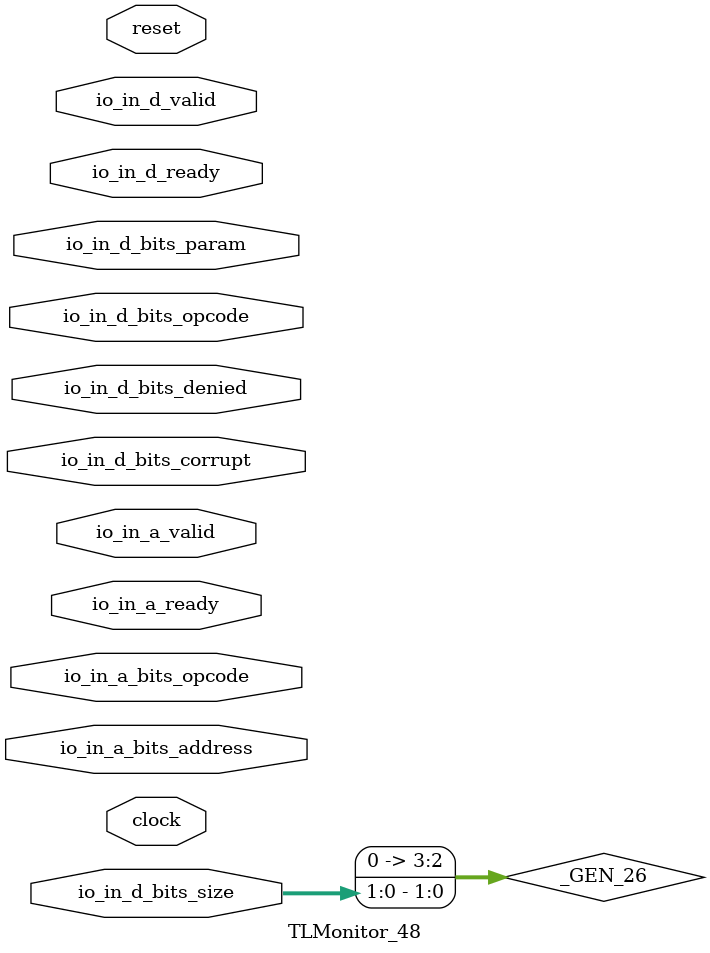
<source format=sv>
`ifndef RANDOMIZE
  `ifdef RANDOMIZE_REG_INIT
    `define RANDOMIZE
  `endif // RANDOMIZE_REG_INIT
`endif // not def RANDOMIZE
`ifndef RANDOMIZE
  `ifdef RANDOMIZE_MEM_INIT
    `define RANDOMIZE
  `endif // RANDOMIZE_MEM_INIT
`endif // not def RANDOMIZE

`ifndef RANDOM
  `define RANDOM $random
`endif // not def RANDOM

// Users can define 'PRINTF_COND' to add an extra gate to prints.
`ifndef PRINTF_COND_
  `ifdef PRINTF_COND
    `define PRINTF_COND_ (`PRINTF_COND)
  `else  // PRINTF_COND
    `define PRINTF_COND_ 1
  `endif // PRINTF_COND
`endif // not def PRINTF_COND_

// Users can define INIT_RANDOM as general code that gets injected into the
// initializer block for modules with registers.
`ifndef INIT_RANDOM
  `define INIT_RANDOM
`endif // not def INIT_RANDOM

// If using random initialization, you can also define RANDOMIZE_DELAY to
// customize the delay used, otherwise 0.002 is used.
`ifndef RANDOMIZE_DELAY
  `define RANDOMIZE_DELAY 0.002
`endif // not def RANDOMIZE_DELAY

// Define INIT_RANDOM_PROLOG_ for use in our modules below.
`ifndef INIT_RANDOM_PROLOG_
  `ifdef RANDOMIZE
    `ifdef VERILATOR
      `define INIT_RANDOM_PROLOG_ `INIT_RANDOM
    `else  // VERILATOR
      `define INIT_RANDOM_PROLOG_ `INIT_RANDOM #`RANDOMIZE_DELAY begin end
    `endif // VERILATOR
  `else  // RANDOMIZE
    `define INIT_RANDOM_PROLOG_
  `endif // RANDOMIZE
`endif // not def INIT_RANDOM_PROLOG_

// Include register initializers in init blocks unless synthesis is set
`ifndef SYNTHESIS
  `ifndef ENABLE_INITIAL_REG_
    `define ENABLE_INITIAL_REG_
  `endif // not def ENABLE_INITIAL_REG_
`endif // not def SYNTHESIS

// Include rmemory initializers in init blocks unless synthesis is set
`ifndef SYNTHESIS
  `ifndef ENABLE_INITIAL_MEM_
    `define ENABLE_INITIAL_MEM_
  `endif // not def ENABLE_INITIAL_MEM_
`endif // not def SYNTHESIS

module TLMonitor_48(
  input         clock,
                reset,
                io_in_a_ready,	// @[generators/rocket-chip/src/main/scala/tilelink/Monitor.scala:17:14]
                io_in_a_valid,	// @[generators/rocket-chip/src/main/scala/tilelink/Monitor.scala:17:14]
  input [2:0]   io_in_a_bits_opcode,	// @[generators/rocket-chip/src/main/scala/tilelink/Monitor.scala:17:14]
  input [127:0] io_in_a_bits_address,	// @[generators/rocket-chip/src/main/scala/tilelink/Monitor.scala:17:14]
  input         io_in_d_ready,	// @[generators/rocket-chip/src/main/scala/tilelink/Monitor.scala:17:14]
                io_in_d_valid,	// @[generators/rocket-chip/src/main/scala/tilelink/Monitor.scala:17:14]
  input [2:0]   io_in_d_bits_opcode,	// @[generators/rocket-chip/src/main/scala/tilelink/Monitor.scala:17:14]
  input [1:0]   io_in_d_bits_param,	// @[generators/rocket-chip/src/main/scala/tilelink/Monitor.scala:17:14]
                io_in_d_bits_size,	// @[generators/rocket-chip/src/main/scala/tilelink/Monitor.scala:17:14]
  input         io_in_d_bits_denied,	// @[generators/rocket-chip/src/main/scala/tilelink/Monitor.scala:17:14]
                io_in_d_bits_corrupt	// @[generators/rocket-chip/src/main/scala/tilelink/Monitor.scala:17:14]
);

  wire [31:0]  _plusarg_reader_1_out;	// @[generators/rocket-chip/src/main/scala/util/PlusArg.scala:80:11]
  wire [31:0]  _plusarg_reader_out;	// @[generators/rocket-chip/src/main/scala/util/PlusArg.scala:80:11]
  wire         _GEN = io_in_a_bits_opcode == 3'h6;	// @[generators/rocket-chip/src/main/scala/tilelink/Monitor.scala:81:25]
  wire         _GEN_0 = io_in_a_bits_opcode == 3'h4;	// @[generators/rocket-chip/src/main/scala/tilelink/Monitor.scala:104:25]
  wire         _GEN_1 = io_in_a_bits_opcode == 3'h2;	// @[generators/rocket-chip/src/main/scala/tilelink/Monitor.scala:130:25]
  wire         _GEN_2 = io_in_a_bits_opcode == 3'h3;	// @[generators/rocket-chip/src/main/scala/tilelink/Monitor.scala:138:25]
  wire         _GEN_3 = io_in_a_bits_opcode == 3'h5;	// @[generators/rocket-chip/src/main/scala/tilelink/Monitor.scala:146:25]
  wire         _GEN_4 = io_in_d_bits_opcode != 3'h7;	// @[generators/rocket-chip/src/main/scala/tilelink/Bundles.scala:45:24]
  wire         d_release_ack = io_in_d_bits_opcode == 3'h6;	// @[generators/rocket-chip/src/main/scala/tilelink/Monitor.scala:310:25]
  wire         _GEN_5 = io_in_d_bits_param != 2'h3;	// @[generators/rocket-chip/src/main/scala/tilelink/Bundles.scala:105:26]
  wire         _GEN_6 = io_in_d_bits_param != 2'h2;	// @[generators/rocket-chip/src/main/scala/tilelink/Monitor.scala:17:14, :323:28]
  wire         _GEN_7 = ~io_in_d_bits_denied | io_in_d_bits_corrupt;	// @[generators/rocket-chip/src/main/scala/tilelink/Monitor.scala:315:15, :334:30]
  wire         a_first_done = io_in_a_ready & io_in_a_valid;	// @[src/main/scala/chisel3/util/Decoupled.scala:52:35]
  reg          a_first_counter;	// @[generators/rocket-chip/src/main/scala/tilelink/Edges.scala:230:27]
  reg  [2:0]   opcode;	// @[generators/rocket-chip/src/main/scala/tilelink/Monitor.scala:384:22]
  reg  [2:0]   param;	// @[generators/rocket-chip/src/main/scala/tilelink/Monitor.scala:385:22]
  reg  [1:0]   size;	// @[generators/rocket-chip/src/main/scala/tilelink/Monitor.scala:386:22]
  reg          source;	// @[generators/rocket-chip/src/main/scala/tilelink/Monitor.scala:387:22]
  reg  [127:0] address;	// @[generators/rocket-chip/src/main/scala/tilelink/Monitor.scala:388:22]
  wire         _GEN_8 = io_in_a_bits_opcode == opcode;	// @[generators/rocket-chip/src/main/scala/tilelink/Monitor.scala:384:22, :390:32]
  wire         _GEN_9 = size == 2'h2;	// @[generators/rocket-chip/src/main/scala/tilelink/Monitor.scala:17:14, :386:22, :392:32]
  wire         _GEN_10 = io_in_a_bits_address == address;	// @[generators/rocket-chip/src/main/scala/tilelink/Monitor.scala:388:22, :394:32]
  reg          d_first_counter;	// @[generators/rocket-chip/src/main/scala/tilelink/Edges.scala:230:27]
  reg  [2:0]   opcode_1;	// @[generators/rocket-chip/src/main/scala/tilelink/Monitor.scala:535:22]
  reg  [1:0]   param_1;	// @[generators/rocket-chip/src/main/scala/tilelink/Monitor.scala:536:22]
  reg  [1:0]   size_1;	// @[generators/rocket-chip/src/main/scala/tilelink/Monitor.scala:537:22]
  reg          source_1;	// @[generators/rocket-chip/src/main/scala/tilelink/Monitor.scala:538:22]
  reg          sink;	// @[generators/rocket-chip/src/main/scala/tilelink/Monitor.scala:539:22]
  reg          denied;	// @[generators/rocket-chip/src/main/scala/tilelink/Monitor.scala:540:22]
  wire         _GEN_11 = io_in_d_bits_opcode == opcode_1;	// @[generators/rocket-chip/src/main/scala/tilelink/Monitor.scala:535:22, :542:29]
  wire         _GEN_12 = io_in_d_bits_param == param_1;	// @[generators/rocket-chip/src/main/scala/tilelink/Monitor.scala:536:22, :543:29]
  wire         _GEN_13 = io_in_d_bits_size == size_1;	// @[generators/rocket-chip/src/main/scala/tilelink/Monitor.scala:537:22, :544:29]
  wire         _GEN_14 = io_in_d_bits_denied == denied;	// @[generators/rocket-chip/src/main/scala/tilelink/Monitor.scala:540:22, :547:29]
  reg          inflight;	// @[generators/rocket-chip/src/main/scala/tilelink/Monitor.scala:611:27]
  reg  [3:0]   inflight_opcodes;	// @[generators/rocket-chip/src/main/scala/tilelink/Monitor.scala:613:35]
  reg  [3:0]   inflight_sizes;	// @[generators/rocket-chip/src/main/scala/tilelink/Monitor.scala:615:33]
  reg          a_first_counter_1;	// @[generators/rocket-chip/src/main/scala/tilelink/Edges.scala:230:27]
  reg          d_first_counter_1;	// @[generators/rocket-chip/src/main/scala/tilelink/Edges.scala:230:27]
  wire         _same_cycle_resp_T_1 = io_in_a_valid & ~a_first_counter_1;	// @[generators/rocket-chip/src/main/scala/tilelink/Edges.scala:230:27, :232:25, generators/rocket-chip/src/main/scala/tilelink/Monitor.scala:648:26]
  wire         _GEN_15 = a_first_done & ~a_first_counter_1;	// @[generators/rocket-chip/src/main/scala/tilelink/Edges.scala:230:27, :232:25, generators/rocket-chip/src/main/scala/tilelink/Monitor.scala:652:25, src/main/scala/chisel3/util/Decoupled.scala:52:35]
  wire         _GEN_16 = io_in_d_valid & ~d_first_counter_1;	// @[generators/rocket-chip/src/main/scala/tilelink/Edges.scala:230:27, :232:25, generators/rocket-chip/src/main/scala/tilelink/Monitor.scala:671:26]
  wire         _GEN_17 = _GEN_16 & ~d_release_ack;	// @[generators/rocket-chip/src/main/scala/tilelink/Monitor.scala:310:25, :671:{26,74}, :680:71]
  wire         _GEN_18 = inflight | _same_cycle_resp_T_1;	// @[generators/rocket-chip/src/main/scala/tilelink/Monitor.scala:611:27, :648:26, :682:49]
  wire         _GEN_19 = _GEN_0 | _GEN_2 | _GEN_1;	// @[generators/rocket-chip/src/main/scala/tilelink/Monitor.scala:104:25, :130:25, :138:25, :685:38]
  wire         _GEN_20 = io_in_d_bits_opcode == ((&io_in_a_bits_opcode) | _GEN ? 3'h4 : _GEN_3 ? 3'h2 : {2'h0, _GEN_19}) | io_in_d_bits_opcode == ((&io_in_a_bits_opcode) ? 3'h4 : _GEN ? 3'h5 : _GEN_3 ? 3'h2 : {2'h0, _GEN_19});	// @[generators/rocket-chip/src/main/scala/tilelink/Edges.scala:22:{16,24}, generators/rocket-chip/src/main/scala/tilelink/Monitor.scala:81:25, :92:25, :146:25, :685:{38,77}, :686:39]
  wire         _GEN_21 = io_in_d_bits_size == 2'h2;	// @[generators/rocket-chip/src/main/scala/tilelink/Monitor.scala:17:14, :687:36]
  wire         _GEN_22 = inflight_opcodes[3:1] == 3'h4 | inflight_opcodes[3:1] == 3'h3 | inflight_opcodes[3:1] == 3'h2;	// @[generators/rocket-chip/src/main/scala/tilelink/Monitor.scala:613:35, :634:152, :689:38, src/main/scala/chisel3/util/OneHot.scala:65:12]
  wire         _GEN_23 = inflight_opcodes[3:1] == 3'h5;	// @[generators/rocket-chip/src/main/scala/tilelink/Monitor.scala:613:35, :634:152, :689:38, src/main/scala/chisel3/util/OneHot.scala:65:12]
  wire         _GEN_24 = inflight_opcodes[3:1] == 3'h6;	// @[generators/rocket-chip/src/main/scala/tilelink/Monitor.scala:613:35, :634:152, :689:38, src/main/scala/chisel3/util/OneHot.scala:65:12]
  wire         _GEN_25 = io_in_d_bits_opcode == ((&(inflight_opcodes[3:1])) | _GEN_24 ? 3'h4 : _GEN_23 ? 3'h2 : {2'h0, _GEN_22}) | io_in_d_bits_opcode == ((&(inflight_opcodes[3:1])) ? 3'h4 : _GEN_24 ? 3'h5 : _GEN_23 ? 3'h2 : {2'h0, _GEN_22});	// @[generators/rocket-chip/src/main/scala/tilelink/Edges.scala:22:{16,24}, generators/rocket-chip/src/main/scala/tilelink/Monitor.scala:613:35, :634:152, :689:{38,72}, :690:38, src/main/scala/chisel3/util/OneHot.scala:65:12]
  wire [3:0]   _GEN_26 = {2'h0, io_in_d_bits_size};	// @[generators/rocket-chip/src/main/scala/tilelink/Edges.scala:22:{16,24}, generators/rocket-chip/src/main/scala/tilelink/Monitor.scala:691:36]
  wire         _GEN_27 = _GEN_26 == {1'h0, inflight_sizes[3:1]};	// @[generators/rocket-chip/src/main/scala/tilelink/Monitor.scala:17:14, :42:11, :49:11, :99:31, :615:33, :638:144, :691:36, generators/rocket-chip/src/main/scala/tilelink/Monitor.scala 636:33:638:19, src/main/scala/chisel3/util/OneHot.scala:65:12]
  wire         _GEN_28 = ~io_in_d_ready | io_in_a_ready;	// @[generators/rocket-chip/src/main/scala/tilelink/Monitor.scala:695:{15,32}]
  reg  [31:0]  watchdog;	// @[generators/rocket-chip/src/main/scala/tilelink/Monitor.scala:706:27]
  wire         _GEN_29 = ~inflight | _plusarg_reader_out == 32'h0 | watchdog < _plusarg_reader_out;	// @[generators/rocket-chip/src/main/scala/tilelink/Bundles.scala:259:74, generators/rocket-chip/src/main/scala/tilelink/Monitor.scala:611:27, :658:17, :706:27, :709:{39,47,59}, generators/rocket-chip/src/main/scala/util/PlusArg.scala:80:11]
  reg          inflight_1;	// @[generators/rocket-chip/src/main/scala/tilelink/Monitor.scala:723:35]
  reg  [3:0]   inflight_sizes_1;	// @[generators/rocket-chip/src/main/scala/tilelink/Monitor.scala:725:35]
  reg          d_first_counter_2;	// @[generators/rocket-chip/src/main/scala/tilelink/Edges.scala:230:27]
  wire         _GEN_30 = _GEN_26 == {1'h0, inflight_sizes_1[3:1]};	// @[generators/rocket-chip/src/main/scala/tilelink/Monitor.scala:17:14, :42:11, :49:11, :99:31, :691:36, :725:35, :747:146, :797:36, generators/rocket-chip/src/main/scala/tilelink/Monitor.scala 745:35:747:21, src/main/scala/chisel3/util/OneHot.scala:65:12]
  reg  [31:0]  watchdog_1;	// @[generators/rocket-chip/src/main/scala/tilelink/Monitor.scala:815:27]
  wire         _GEN_31 = ~inflight_1 | _plusarg_reader_1_out == 32'h0 | watchdog_1 < _plusarg_reader_1_out;	// @[generators/rocket-chip/src/main/scala/tilelink/Bundles.scala:259:74, generators/rocket-chip/src/main/scala/tilelink/Monitor.scala:49:11, :723:35, :815:27, :818:{39,47,59}, generators/rocket-chip/src/main/scala/util/PlusArg.scala:80:11]
  wire         _GEN_32 = io_in_a_valid & _GEN & ~reset;	// @[generators/rocket-chip/src/main/scala/tilelink/Monitor.scala:42:11, :81:25]
  wire         _GEN_33 = io_in_a_valid & (&io_in_a_bits_opcode) & ~reset;	// @[generators/rocket-chip/src/main/scala/tilelink/Monitor.scala:42:11, :92:25]
  wire         _GEN_34 = io_in_a_valid & _GEN_0 & ~reset;	// @[generators/rocket-chip/src/main/scala/tilelink/Monitor.scala:42:11, :104:25]
  wire         _GEN_35 = io_in_a_valid & io_in_a_bits_opcode == 3'h0 & ~reset;	// @[generators/rocket-chip/src/main/scala/tilelink/Monitor.scala:42:11, :114:25]
  wire         _GEN_36 = io_in_a_valid & io_in_a_bits_opcode == 3'h1 & ~reset;	// @[generators/rocket-chip/src/main/scala/tilelink/Monitor.scala:42:11, :122:25]
  wire         _GEN_37 = io_in_a_valid & _GEN_1 & ~reset;	// @[generators/rocket-chip/src/main/scala/tilelink/Monitor.scala:42:11, :130:25]
  wire         _GEN_38 = io_in_a_valid & _GEN_2 & ~reset;	// @[generators/rocket-chip/src/main/scala/tilelink/Monitor.scala:42:11, :138:25]
  wire         _GEN_39 = io_in_a_valid & _GEN_3 & ~reset;	// @[generators/rocket-chip/src/main/scala/tilelink/Monitor.scala:42:11, :146:25]
  wire         _GEN_40 = io_in_d_valid & ~reset;	// @[generators/rocket-chip/src/main/scala/tilelink/Monitor.scala:42:11, :49:11]
  wire         _GEN_41 = io_in_d_valid & d_release_ack & ~reset;	// @[generators/rocket-chip/src/main/scala/tilelink/Monitor.scala:42:11, :49:11, :310:25]
  wire         _GEN_42 = io_in_d_valid & io_in_d_bits_opcode == 3'h4 & ~reset;	// @[generators/rocket-chip/src/main/scala/tilelink/Monitor.scala:42:11, :49:11, :318:25]
  wire         _GEN_43 = io_in_d_valid & io_in_d_bits_opcode == 3'h5 & ~reset;	// @[generators/rocket-chip/src/main/scala/tilelink/Monitor.scala:42:11, :49:11, :328:25]
  wire         _GEN_44 = io_in_d_valid & io_in_d_bits_opcode == 3'h0 & ~reset;	// @[generators/rocket-chip/src/main/scala/tilelink/Monitor.scala:42:11, :49:11, :338:25]
  wire         _GEN_45 = io_in_d_valid & io_in_d_bits_opcode == 3'h1 & ~reset;	// @[generators/rocket-chip/src/main/scala/tilelink/Monitor.scala:42:11, :49:11, :346:25]
  wire         _GEN_46 = io_in_d_valid & io_in_d_bits_opcode == 3'h2 & ~reset;	// @[generators/rocket-chip/src/main/scala/tilelink/Monitor.scala:42:11, :49:11, :354:25]
  wire         _GEN_47 = io_in_a_valid & a_first_counter & ~reset;	// @[generators/rocket-chip/src/main/scala/tilelink/Edges.scala:230:27, generators/rocket-chip/src/main/scala/tilelink/Monitor.scala:42:11]
  wire         _GEN_48 = io_in_d_valid & d_first_counter & ~reset;	// @[generators/rocket-chip/src/main/scala/tilelink/Edges.scala:230:27, generators/rocket-chip/src/main/scala/tilelink/Monitor.scala:42:11, :49:11]
  wire         _GEN_49 = _GEN_15 & ~reset;	// @[generators/rocket-chip/src/main/scala/tilelink/Monitor.scala:42:11, :652:25]
  wire         _GEN_50 = _GEN_17 & ~reset;	// @[generators/rocket-chip/src/main/scala/tilelink/Monitor.scala:42:11, :49:11, :680:71]
  wire         _GEN_51 = _GEN_17 & _same_cycle_resp_T_1 & ~reset;	// @[generators/rocket-chip/src/main/scala/tilelink/Monitor.scala:42:11, :49:11, :648:26, :680:71]
  wire         _GEN_52 = _GEN_17 & ~_same_cycle_resp_T_1 & ~reset;	// @[generators/rocket-chip/src/main/scala/tilelink/Monitor.scala:42:11, :49:11, :648:26, :680:71]
  wire         _GEN_53 = _GEN_16 & ~a_first_counter_1 & io_in_a_valid & ~d_release_ack & ~reset;	// @[generators/rocket-chip/src/main/scala/tilelink/Edges.scala:230:27, :232:25, generators/rocket-chip/src/main/scala/tilelink/Monitor.scala:42:11, :49:11, :310:25, :671:{26,74}]
  wire         _GEN_54 = io_in_d_valid & ~d_first_counter_2 & d_release_ack & ~reset;	// @[generators/rocket-chip/src/main/scala/tilelink/Edges.scala:230:27, :232:25, generators/rocket-chip/src/main/scala/tilelink/Monitor.scala:42:11, :49:11, :310:25]
  `ifndef SYNTHESIS	// @[generators/rocket-chip/src/main/scala/tilelink/Monitor.scala:42:11]
    wire _GEN_55 = (`PRINTF_COND_) & _GEN_33;	// @[generators/rocket-chip/src/main/scala/tilelink/Monitor.scala:42:11]
    always @(posedge clock) begin	// @[generators/rocket-chip/src/main/scala/tilelink/Monitor.scala:42:11]
      if ((`PRINTF_COND_) & _GEN_32) begin	// @[generators/rocket-chip/src/main/scala/tilelink/Monitor.scala:42:11]
        $fwrite(32'h80000002, "Assertion failed: 'A' channel carries AcquireBlock type which is unexpected using diplomatic parameters (connected at generators/rocket-chip/src/main/scala/devices/tilelink/BusBypass.scala:33:14)\n    at Monitor.scala:42 assert(cond, message)\n");	// @[generators/rocket-chip/src/main/scala/tilelink/Monitor.scala:42:11]
        $fwrite(32'h80000002, "Assertion failed: 'A' channel carries AcquireBlock from a client which does not support Probe (connected at generators/rocket-chip/src/main/scala/devices/tilelink/BusBypass.scala:33:14)\n    at Monitor.scala:42 assert(cond, message)\n");	// @[generators/rocket-chip/src/main/scala/tilelink/Monitor.scala:42:11]
      end
      if ((`PRINTF_COND_) & _GEN_32 & (|(io_in_a_bits_address[1:0])))	// @[generators/rocket-chip/src/main/scala/tilelink/Edges.scala:22:{16,24}, generators/rocket-chip/src/main/scala/tilelink/Monitor.scala:42:11]
        $fwrite(32'h80000002, "Assertion failed: 'A' channel AcquireBlock address not aligned to size (connected at generators/rocket-chip/src/main/scala/devices/tilelink/BusBypass.scala:33:14)\n    at Monitor.scala:42 assert(cond, message)\n");	// @[generators/rocket-chip/src/main/scala/tilelink/Monitor.scala:42:11]
      if (_GEN_55) begin	// @[generators/rocket-chip/src/main/scala/tilelink/Monitor.scala:42:11]
        $fwrite(32'h80000002, "Assertion failed: 'A' channel carries AcquirePerm type which is unexpected using diplomatic parameters (connected at generators/rocket-chip/src/main/scala/devices/tilelink/BusBypass.scala:33:14)\n    at Monitor.scala:42 assert(cond, message)\n");	// @[generators/rocket-chip/src/main/scala/tilelink/Monitor.scala:42:11]
        $fwrite(32'h80000002, "Assertion failed: 'A' channel carries AcquirePerm from a client which does not support Probe (connected at generators/rocket-chip/src/main/scala/devices/tilelink/BusBypass.scala:33:14)\n    at Monitor.scala:42 assert(cond, message)\n");	// @[generators/rocket-chip/src/main/scala/tilelink/Monitor.scala:42:11]
      end
      if ((`PRINTF_COND_) & _GEN_33 & (|(io_in_a_bits_address[1:0])))	// @[generators/rocket-chip/src/main/scala/tilelink/Edges.scala:22:{16,24}, generators/rocket-chip/src/main/scala/tilelink/Monitor.scala:42:11]
        $fwrite(32'h80000002, "Assertion failed: 'A' channel AcquirePerm address not aligned to size (connected at generators/rocket-chip/src/main/scala/devices/tilelink/BusBypass.scala:33:14)\n    at Monitor.scala:42 assert(cond, message)\n");	// @[generators/rocket-chip/src/main/scala/tilelink/Monitor.scala:42:11]
      if (_GEN_55)	// @[generators/rocket-chip/src/main/scala/tilelink/Monitor.scala:42:11]
        $fwrite(32'h80000002, "Assertion failed: 'A' channel AcquirePerm requests NtoB (connected at generators/rocket-chip/src/main/scala/devices/tilelink/BusBypass.scala:33:14)\n    at Monitor.scala:42 assert(cond, message)\n");	// @[generators/rocket-chip/src/main/scala/tilelink/Monitor.scala:42:11]
      if ((`PRINTF_COND_) & _GEN_34 & (|(io_in_a_bits_address[1:0])))	// @[generators/rocket-chip/src/main/scala/tilelink/Edges.scala:22:{16,24}, generators/rocket-chip/src/main/scala/tilelink/Monitor.scala:42:11]
        $fwrite(32'h80000002, "Assertion failed: 'A' channel Get address not aligned to size (connected at generators/rocket-chip/src/main/scala/devices/tilelink/BusBypass.scala:33:14)\n    at Monitor.scala:42 assert(cond, message)\n");	// @[generators/rocket-chip/src/main/scala/tilelink/Monitor.scala:42:11]
      if ((`PRINTF_COND_) & _GEN_35 & (|(io_in_a_bits_address[1:0])))	// @[generators/rocket-chip/src/main/scala/tilelink/Edges.scala:22:{16,24}, generators/rocket-chip/src/main/scala/tilelink/Monitor.scala:42:11]
        $fwrite(32'h80000002, "Assertion failed: 'A' channel PutFull address not aligned to size (connected at generators/rocket-chip/src/main/scala/devices/tilelink/BusBypass.scala:33:14)\n    at Monitor.scala:42 assert(cond, message)\n");	// @[generators/rocket-chip/src/main/scala/tilelink/Monitor.scala:42:11]
      if ((`PRINTF_COND_) & _GEN_36)	// @[generators/rocket-chip/src/main/scala/tilelink/Monitor.scala:42:11]
        $fwrite(32'h80000002, "Assertion failed: 'A' channel carries PutPartial type which is unexpected using diplomatic parameters (connected at generators/rocket-chip/src/main/scala/devices/tilelink/BusBypass.scala:33:14)\n    at Monitor.scala:42 assert(cond, message)\n");	// @[generators/rocket-chip/src/main/scala/tilelink/Monitor.scala:42:11]
      if ((`PRINTF_COND_) & _GEN_36 & (|(io_in_a_bits_address[1:0])))	// @[generators/rocket-chip/src/main/scala/tilelink/Edges.scala:22:{16,24}, generators/rocket-chip/src/main/scala/tilelink/Monitor.scala:42:11]
        $fwrite(32'h80000002, "Assertion failed: 'A' channel PutPartial address not aligned to size (connected at generators/rocket-chip/src/main/scala/devices/tilelink/BusBypass.scala:33:14)\n    at Monitor.scala:42 assert(cond, message)\n");	// @[generators/rocket-chip/src/main/scala/tilelink/Monitor.scala:42:11]
      if ((`PRINTF_COND_) & _GEN_37)	// @[generators/rocket-chip/src/main/scala/tilelink/Monitor.scala:42:11]
        $fwrite(32'h80000002, "Assertion failed: 'A' channel carries Arithmetic type which is unexpected using diplomatic parameters (connected at generators/rocket-chip/src/main/scala/devices/tilelink/BusBypass.scala:33:14)\n    at Monitor.scala:42 assert(cond, message)\n");	// @[generators/rocket-chip/src/main/scala/tilelink/Monitor.scala:42:11]
      if ((`PRINTF_COND_) & _GEN_37 & (|(io_in_a_bits_address[1:0])))	// @[generators/rocket-chip/src/main/scala/tilelink/Edges.scala:22:{16,24}, generators/rocket-chip/src/main/scala/tilelink/Monitor.scala:42:11]
        $fwrite(32'h80000002, "Assertion failed: 'A' channel Arithmetic address not aligned to size (connected at generators/rocket-chip/src/main/scala/devices/tilelink/BusBypass.scala:33:14)\n    at Monitor.scala:42 assert(cond, message)\n");	// @[generators/rocket-chip/src/main/scala/tilelink/Monitor.scala:42:11]
      if ((`PRINTF_COND_) & _GEN_38)	// @[generators/rocket-chip/src/main/scala/tilelink/Monitor.scala:42:11]
        $fwrite(32'h80000002, "Assertion failed: 'A' channel carries Logical type which is unexpected using diplomatic parameters (connected at generators/rocket-chip/src/main/scala/devices/tilelink/BusBypass.scala:33:14)\n    at Monitor.scala:42 assert(cond, message)\n");	// @[generators/rocket-chip/src/main/scala/tilelink/Monitor.scala:42:11]
      if ((`PRINTF_COND_) & _GEN_38 & (|(io_in_a_bits_address[1:0])))	// @[generators/rocket-chip/src/main/scala/tilelink/Edges.scala:22:{16,24}, generators/rocket-chip/src/main/scala/tilelink/Monitor.scala:42:11]
        $fwrite(32'h80000002, "Assertion failed: 'A' channel Logical address not aligned to size (connected at generators/rocket-chip/src/main/scala/devices/tilelink/BusBypass.scala:33:14)\n    at Monitor.scala:42 assert(cond, message)\n");	// @[generators/rocket-chip/src/main/scala/tilelink/Monitor.scala:42:11]
      if ((`PRINTF_COND_) & _GEN_39)	// @[generators/rocket-chip/src/main/scala/tilelink/Monitor.scala:42:11]
        $fwrite(32'h80000002, "Assertion failed: 'A' channel carries Hint type which is unexpected using diplomatic parameters (connected at generators/rocket-chip/src/main/scala/devices/tilelink/BusBypass.scala:33:14)\n    at Monitor.scala:42 assert(cond, message)\n");	// @[generators/rocket-chip/src/main/scala/tilelink/Monitor.scala:42:11]
      if ((`PRINTF_COND_) & _GEN_39 & (|(io_in_a_bits_address[1:0])))	// @[generators/rocket-chip/src/main/scala/tilelink/Edges.scala:22:{16,24}, generators/rocket-chip/src/main/scala/tilelink/Monitor.scala:42:11]
        $fwrite(32'h80000002, "Assertion failed: 'A' channel Hint address not aligned to size (connected at generators/rocket-chip/src/main/scala/devices/tilelink/BusBypass.scala:33:14)\n    at Monitor.scala:42 assert(cond, message)\n");	// @[generators/rocket-chip/src/main/scala/tilelink/Monitor.scala:42:11]
      if ((`PRINTF_COND_) & _GEN_40 & ~_GEN_4)	// @[generators/rocket-chip/src/main/scala/tilelink/Bundles.scala:45:24, generators/rocket-chip/src/main/scala/tilelink/Monitor.scala:42:11, :49:11]
        $fwrite(32'h80000002, "Assertion failed: 'D' channel has invalid opcode (connected at generators/rocket-chip/src/main/scala/devices/tilelink/BusBypass.scala:33:14)\n    at Monitor.scala:49 assert(cond, message)\n");	// @[generators/rocket-chip/src/main/scala/tilelink/Monitor.scala:42:11, :49:11]
      if ((`PRINTF_COND_) & _GEN_41 & ~(io_in_d_bits_size[1]))	// @[generators/rocket-chip/src/main/scala/tilelink/Monitor.scala:42:11, :49:11, :312:27]
        $fwrite(32'h80000002, "Assertion failed: 'D' channel ReleaseAck smaller than a beat (connected at generators/rocket-chip/src/main/scala/devices/tilelink/BusBypass.scala:33:14)\n    at Monitor.scala:49 assert(cond, message)\n");	// @[generators/rocket-chip/src/main/scala/tilelink/Monitor.scala:42:11, :49:11]
      if ((`PRINTF_COND_) & _GEN_41 & (|io_in_d_bits_param))	// @[generators/rocket-chip/src/main/scala/tilelink/Monitor.scala:42:11, :49:11, :313:28]
        $fwrite(32'h80000002, "Assertion failed: 'D' channel ReleaseeAck carries invalid param (connected at generators/rocket-chip/src/main/scala/devices/tilelink/BusBypass.scala:33:14)\n    at Monitor.scala:49 assert(cond, message)\n");	// @[generators/rocket-chip/src/main/scala/tilelink/Monitor.scala:42:11, :49:11]
      if ((`PRINTF_COND_) & _GEN_41 & io_in_d_bits_corrupt)	// @[generators/rocket-chip/src/main/scala/tilelink/Monitor.scala:42:11, :49:11]
        $fwrite(32'h80000002, "Assertion failed: 'D' channel ReleaseAck is corrupt (connected at generators/rocket-chip/src/main/scala/devices/tilelink/BusBypass.scala:33:14)\n    at Monitor.scala:49 assert(cond, message)\n");	// @[generators/rocket-chip/src/main/scala/tilelink/Monitor.scala:42:11, :49:11]
      if ((`PRINTF_COND_) & _GEN_41 & io_in_d_bits_denied)	// @[generators/rocket-chip/src/main/scala/tilelink/Monitor.scala:42:11, :49:11]
        $fwrite(32'h80000002, "Assertion failed: 'D' channel ReleaseAck is denied (connected at generators/rocket-chip/src/main/scala/devices/tilelink/BusBypass.scala:33:14)\n    at Monitor.scala:49 assert(cond, message)\n");	// @[generators/rocket-chip/src/main/scala/tilelink/Monitor.scala:42:11, :49:11]
      if ((`PRINTF_COND_) & _GEN_42 & ~(io_in_d_bits_size[1]))	// @[generators/rocket-chip/src/main/scala/tilelink/Monitor.scala:42:11, :49:11, :312:27]
        $fwrite(32'h80000002, "Assertion failed: 'D' channel Grant smaller than a beat (connected at generators/rocket-chip/src/main/scala/devices/tilelink/BusBypass.scala:33:14)\n    at Monitor.scala:49 assert(cond, message)\n");	// @[generators/rocket-chip/src/main/scala/tilelink/Monitor.scala:42:11, :49:11]
      if ((`PRINTF_COND_) & _GEN_42 & ~_GEN_5)	// @[generators/rocket-chip/src/main/scala/tilelink/Bundles.scala:105:26, generators/rocket-chip/src/main/scala/tilelink/Monitor.scala:42:11, :49:11]
        $fwrite(32'h80000002, "Assertion failed: 'D' channel Grant carries invalid cap param (connected at generators/rocket-chip/src/main/scala/devices/tilelink/BusBypass.scala:33:14)\n    at Monitor.scala:49 assert(cond, message)\n");	// @[generators/rocket-chip/src/main/scala/tilelink/Monitor.scala:42:11, :49:11]
      if ((`PRINTF_COND_) & _GEN_42 & ~_GEN_6)	// @[generators/rocket-chip/src/main/scala/tilelink/Monitor.scala:42:11, :49:11, :323:28]
        $fwrite(32'h80000002, "Assertion failed: 'D' channel Grant carries toN param (connected at generators/rocket-chip/src/main/scala/devices/tilelink/BusBypass.scala:33:14)\n    at Monitor.scala:49 assert(cond, message)\n");	// @[generators/rocket-chip/src/main/scala/tilelink/Monitor.scala:42:11, :49:11]
      if ((`PRINTF_COND_) & _GEN_42 & io_in_d_bits_corrupt)	// @[generators/rocket-chip/src/main/scala/tilelink/Monitor.scala:42:11, :49:11]
        $fwrite(32'h80000002, "Assertion failed: 'D' channel Grant is corrupt (connected at generators/rocket-chip/src/main/scala/devices/tilelink/BusBypass.scala:33:14)\n    at Monitor.scala:49 assert(cond, message)\n");	// @[generators/rocket-chip/src/main/scala/tilelink/Monitor.scala:42:11, :49:11]
      if ((`PRINTF_COND_) & _GEN_43 & ~(io_in_d_bits_size[1]))	// @[generators/rocket-chip/src/main/scala/tilelink/Monitor.scala:42:11, :49:11, :312:27]
        $fwrite(32'h80000002, "Assertion failed: 'D' channel GrantData smaller than a beat (connected at generators/rocket-chip/src/main/scala/devices/tilelink/BusBypass.scala:33:14)\n    at Monitor.scala:49 assert(cond, message)\n");	// @[generators/rocket-chip/src/main/scala/tilelink/Monitor.scala:42:11, :49:11]
      if ((`PRINTF_COND_) & _GEN_43 & ~_GEN_5)	// @[generators/rocket-chip/src/main/scala/tilelink/Bundles.scala:105:26, generators/rocket-chip/src/main/scala/tilelink/Monitor.scala:42:11, :49:11]
        $fwrite(32'h80000002, "Assertion failed: 'D' channel GrantData carries invalid cap param (connected at generators/rocket-chip/src/main/scala/devices/tilelink/BusBypass.scala:33:14)\n    at Monitor.scala:49 assert(cond, message)\n");	// @[generators/rocket-chip/src/main/scala/tilelink/Monitor.scala:42:11, :49:11]
      if ((`PRINTF_COND_) & _GEN_43 & ~_GEN_6)	// @[generators/rocket-chip/src/main/scala/tilelink/Monitor.scala:42:11, :49:11, :323:28]
        $fwrite(32'h80000002, "Assertion failed: 'D' channel GrantData carries toN param (connected at generators/rocket-chip/src/main/scala/devices/tilelink/BusBypass.scala:33:14)\n    at Monitor.scala:49 assert(cond, message)\n");	// @[generators/rocket-chip/src/main/scala/tilelink/Monitor.scala:42:11, :49:11]
      if ((`PRINTF_COND_) & _GEN_43 & ~_GEN_7)	// @[generators/rocket-chip/src/main/scala/tilelink/Monitor.scala:42:11, :49:11, :334:30]
        $fwrite(32'h80000002, "Assertion failed: 'D' channel GrantData is denied but not corrupt (connected at generators/rocket-chip/src/main/scala/devices/tilelink/BusBypass.scala:33:14)\n    at Monitor.scala:49 assert(cond, message)\n");	// @[generators/rocket-chip/src/main/scala/tilelink/Monitor.scala:42:11, :49:11]
      if ((`PRINTF_COND_) & _GEN_44 & (|io_in_d_bits_param))	// @[generators/rocket-chip/src/main/scala/tilelink/Monitor.scala:42:11, :49:11, :313:28]
        $fwrite(32'h80000002, "Assertion failed: 'D' channel AccessAck carries invalid param (connected at generators/rocket-chip/src/main/scala/devices/tilelink/BusBypass.scala:33:14)\n    at Monitor.scala:49 assert(cond, message)\n");	// @[generators/rocket-chip/src/main/scala/tilelink/Monitor.scala:42:11, :49:11]
      if ((`PRINTF_COND_) & _GEN_44 & io_in_d_bits_corrupt)	// @[generators/rocket-chip/src/main/scala/tilelink/Monitor.scala:42:11, :49:11]
        $fwrite(32'h80000002, "Assertion failed: 'D' channel AccessAck is corrupt (connected at generators/rocket-chip/src/main/scala/devices/tilelink/BusBypass.scala:33:14)\n    at Monitor.scala:49 assert(cond, message)\n");	// @[generators/rocket-chip/src/main/scala/tilelink/Monitor.scala:42:11, :49:11]
      if ((`PRINTF_COND_) & _GEN_45 & (|io_in_d_bits_param))	// @[generators/rocket-chip/src/main/scala/tilelink/Monitor.scala:42:11, :49:11, :313:28]
        $fwrite(32'h80000002, "Assertion failed: 'D' channel AccessAckData carries invalid param (connected at generators/rocket-chip/src/main/scala/devices/tilelink/BusBypass.scala:33:14)\n    at Monitor.scala:49 assert(cond, message)\n");	// @[generators/rocket-chip/src/main/scala/tilelink/Monitor.scala:42:11, :49:11]
      if ((`PRINTF_COND_) & _GEN_45 & ~_GEN_7)	// @[generators/rocket-chip/src/main/scala/tilelink/Monitor.scala:42:11, :49:11, :334:30]
        $fwrite(32'h80000002, "Assertion failed: 'D' channel AccessAckData is denied but not corrupt (connected at generators/rocket-chip/src/main/scala/devices/tilelink/BusBypass.scala:33:14)\n    at Monitor.scala:49 assert(cond, message)\n");	// @[generators/rocket-chip/src/main/scala/tilelink/Monitor.scala:42:11, :49:11]
      if ((`PRINTF_COND_) & _GEN_46 & (|io_in_d_bits_param))	// @[generators/rocket-chip/src/main/scala/tilelink/Monitor.scala:42:11, :49:11, :313:28]
        $fwrite(32'h80000002, "Assertion failed: 'D' channel HintAck carries invalid param (connected at generators/rocket-chip/src/main/scala/devices/tilelink/BusBypass.scala:33:14)\n    at Monitor.scala:49 assert(cond, message)\n");	// @[generators/rocket-chip/src/main/scala/tilelink/Monitor.scala:42:11, :49:11]
      if ((`PRINTF_COND_) & _GEN_46 & io_in_d_bits_corrupt)	// @[generators/rocket-chip/src/main/scala/tilelink/Monitor.scala:42:11, :49:11]
        $fwrite(32'h80000002, "Assertion failed: 'D' channel HintAck is corrupt (connected at generators/rocket-chip/src/main/scala/devices/tilelink/BusBypass.scala:33:14)\n    at Monitor.scala:49 assert(cond, message)\n");	// @[generators/rocket-chip/src/main/scala/tilelink/Monitor.scala:42:11, :49:11]
      if ((`PRINTF_COND_) & _GEN_47 & ~_GEN_8)	// @[generators/rocket-chip/src/main/scala/tilelink/Monitor.scala:42:11, :390:32]
        $fwrite(32'h80000002, "Assertion failed: 'A' channel opcode changed within multibeat operation (connected at generators/rocket-chip/src/main/scala/devices/tilelink/BusBypass.scala:33:14)\n    at Monitor.scala:42 assert(cond, message)\n");	// @[generators/rocket-chip/src/main/scala/tilelink/Monitor.scala:42:11]
      if ((`PRINTF_COND_) & _GEN_47 & (|param))	// @[generators/rocket-chip/src/main/scala/tilelink/Monitor.scala:42:11, :385:22, :391:32]
        $fwrite(32'h80000002, "Assertion failed: 'A' channel param changed within multibeat operation (connected at generators/rocket-chip/src/main/scala/devices/tilelink/BusBypass.scala:33:14)\n    at Monitor.scala:42 assert(cond, message)\n");	// @[generators/rocket-chip/src/main/scala/tilelink/Monitor.scala:42:11]
      if ((`PRINTF_COND_) & _GEN_47 & ~_GEN_9)	// @[generators/rocket-chip/src/main/scala/tilelink/Monitor.scala:42:11, :392:32]
        $fwrite(32'h80000002, "Assertion failed: 'A' channel size changed within multibeat operation (connected at generators/rocket-chip/src/main/scala/devices/tilelink/BusBypass.scala:33:14)\n    at Monitor.scala:42 assert(cond, message)\n");	// @[generators/rocket-chip/src/main/scala/tilelink/Monitor.scala:42:11]
      if ((`PRINTF_COND_) & _GEN_47 & source)	// @[generators/rocket-chip/src/main/scala/tilelink/Monitor.scala:42:11, :387:22]
        $fwrite(32'h80000002, "Assertion failed: 'A' channel source changed within multibeat operation (connected at generators/rocket-chip/src/main/scala/devices/tilelink/BusBypass.scala:33:14)\n    at Monitor.scala:42 assert(cond, message)\n");	// @[generators/rocket-chip/src/main/scala/tilelink/Monitor.scala:42:11]
      if ((`PRINTF_COND_) & _GEN_47 & ~_GEN_10)	// @[generators/rocket-chip/src/main/scala/tilelink/Monitor.scala:42:11, :394:32]
        $fwrite(32'h80000002, "Assertion failed: 'A' channel address changed with multibeat operation (connected at generators/rocket-chip/src/main/scala/devices/tilelink/BusBypass.scala:33:14)\n    at Monitor.scala:42 assert(cond, message)\n");	// @[generators/rocket-chip/src/main/scala/tilelink/Monitor.scala:42:11]
      if ((`PRINTF_COND_) & _GEN_48 & ~_GEN_11)	// @[generators/rocket-chip/src/main/scala/tilelink/Monitor.scala:42:11, :49:11, :542:29]
        $fwrite(32'h80000002, "Assertion failed: 'D' channel opcode changed within multibeat operation (connected at generators/rocket-chip/src/main/scala/devices/tilelink/BusBypass.scala:33:14)\n    at Monitor.scala:49 assert(cond, message)\n");	// @[generators/rocket-chip/src/main/scala/tilelink/Monitor.scala:42:11, :49:11]
      if ((`PRINTF_COND_) & _GEN_48 & ~_GEN_12)	// @[generators/rocket-chip/src/main/scala/tilelink/Monitor.scala:42:11, :49:11, :543:29]
        $fwrite(32'h80000002, "Assertion failed: 'D' channel param changed within multibeat operation (connected at generators/rocket-chip/src/main/scala/devices/tilelink/BusBypass.scala:33:14)\n    at Monitor.scala:49 assert(cond, message)\n");	// @[generators/rocket-chip/src/main/scala/tilelink/Monitor.scala:42:11, :49:11]
      if ((`PRINTF_COND_) & _GEN_48 & ~_GEN_13)	// @[generators/rocket-chip/src/main/scala/tilelink/Monitor.scala:42:11, :49:11, :544:29]
        $fwrite(32'h80000002, "Assertion failed: 'D' channel size changed within multibeat operation (connected at generators/rocket-chip/src/main/scala/devices/tilelink/BusBypass.scala:33:14)\n    at Monitor.scala:49 assert(cond, message)\n");	// @[generators/rocket-chip/src/main/scala/tilelink/Monitor.scala:42:11, :49:11]
      if ((`PRINTF_COND_) & _GEN_48 & source_1)	// @[generators/rocket-chip/src/main/scala/tilelink/Monitor.scala:42:11, :49:11, :538:22]
        $fwrite(32'h80000002, "Assertion failed: 'D' channel source changed within multibeat operation (connected at generators/rocket-chip/src/main/scala/devices/tilelink/BusBypass.scala:33:14)\n    at Monitor.scala:49 assert(cond, message)\n");	// @[generators/rocket-chip/src/main/scala/tilelink/Monitor.scala:42:11, :49:11]
      if ((`PRINTF_COND_) & _GEN_48 & sink)	// @[generators/rocket-chip/src/main/scala/tilelink/Monitor.scala:42:11, :49:11, :539:22]
        $fwrite(32'h80000002, "Assertion failed: 'D' channel sink changed with multibeat operation (connected at generators/rocket-chip/src/main/scala/devices/tilelink/BusBypass.scala:33:14)\n    at Monitor.scala:49 assert(cond, message)\n");	// @[generators/rocket-chip/src/main/scala/tilelink/Monitor.scala:42:11, :49:11]
      if ((`PRINTF_COND_) & _GEN_48 & ~_GEN_14)	// @[generators/rocket-chip/src/main/scala/tilelink/Monitor.scala:42:11, :49:11, :547:29]
        $fwrite(32'h80000002, "Assertion failed: 'D' channel denied changed with multibeat operation (connected at generators/rocket-chip/src/main/scala/devices/tilelink/BusBypass.scala:33:14)\n    at Monitor.scala:49 assert(cond, message)\n");	// @[generators/rocket-chip/src/main/scala/tilelink/Monitor.scala:42:11, :49:11]
      if ((`PRINTF_COND_) & _GEN_49 & inflight)	// @[generators/rocket-chip/src/main/scala/tilelink/Monitor.scala:42:11, :611:27]
        $fwrite(32'h80000002, "Assertion failed: 'A' channel re-used a source ID (connected at generators/rocket-chip/src/main/scala/devices/tilelink/BusBypass.scala:33:14)\n    at Monitor.scala:42 assert(cond, message)\n");	// @[generators/rocket-chip/src/main/scala/tilelink/Monitor.scala:42:11]
      if ((`PRINTF_COND_) & _GEN_50 & ~_GEN_18)	// @[generators/rocket-chip/src/main/scala/tilelink/Monitor.scala:42:11, :49:11, :682:49]
        $fwrite(32'h80000002, "Assertion failed: 'D' channel acknowledged for nothing inflight (connected at generators/rocket-chip/src/main/scala/devices/tilelink/BusBypass.scala:33:14)\n    at Monitor.scala:49 assert(cond, message)\n");	// @[generators/rocket-chip/src/main/scala/tilelink/Monitor.scala:42:11, :49:11]
      if ((`PRINTF_COND_) & _GEN_51 & ~_GEN_20)	// @[generators/rocket-chip/src/main/scala/tilelink/Monitor.scala:42:11, :49:11, :685:77]
        $fwrite(32'h80000002, "Assertion failed: 'D' channel contains improper opcode response (connected at generators/rocket-chip/src/main/scala/devices/tilelink/BusBypass.scala:33:14)\n    at Monitor.scala:49 assert(cond, message)\n");	// @[generators/rocket-chip/src/main/scala/tilelink/Monitor.scala:42:11, :49:11]
      if ((`PRINTF_COND_) & _GEN_51 & ~_GEN_21)	// @[generators/rocket-chip/src/main/scala/tilelink/Monitor.scala:42:11, :49:11, :687:36]
        $fwrite(32'h80000002, "Assertion failed: 'D' channel contains improper response size (connected at generators/rocket-chip/src/main/scala/devices/tilelink/BusBypass.scala:33:14)\n    at Monitor.scala:49 assert(cond, message)\n");	// @[generators/rocket-chip/src/main/scala/tilelink/Monitor.scala:42:11, :49:11]
      if ((`PRINTF_COND_) & _GEN_52 & ~_GEN_25)	// @[generators/rocket-chip/src/main/scala/tilelink/Monitor.scala:42:11, :49:11, :689:72]
        $fwrite(32'h80000002, "Assertion failed: 'D' channel contains improper opcode response (connected at generators/rocket-chip/src/main/scala/devices/tilelink/BusBypass.scala:33:14)\n    at Monitor.scala:49 assert(cond, message)\n");	// @[generators/rocket-chip/src/main/scala/tilelink/Monitor.scala:42:11, :49:11]
      if ((`PRINTF_COND_) & _GEN_52 & ~_GEN_27)	// @[generators/rocket-chip/src/main/scala/tilelink/Monitor.scala:42:11, :49:11, :691:36]
        $fwrite(32'h80000002, "Assertion failed: 'D' channel contains improper response size (connected at generators/rocket-chip/src/main/scala/devices/tilelink/BusBypass.scala:33:14)\n    at Monitor.scala:49 assert(cond, message)\n");	// @[generators/rocket-chip/src/main/scala/tilelink/Monitor.scala:42:11, :49:11]
      if ((`PRINTF_COND_) & _GEN_53 & ~_GEN_28)	// @[generators/rocket-chip/src/main/scala/tilelink/Monitor.scala:42:11, :49:11, :695:32]
        $fwrite(32'h80000002, "Assertion failed: ready check\n    at Monitor.scala:49 assert(cond, message)\n");	// @[generators/rocket-chip/src/main/scala/tilelink/Monitor.scala:42:11, :49:11]
      if ((`PRINTF_COND_) & ~reset & ~_GEN_29)	// @[generators/rocket-chip/src/main/scala/tilelink/Monitor.scala:42:11, :709:47]
        $fwrite(32'h80000002, "Assertion failed: TileLink timeout expired (connected at generators/rocket-chip/src/main/scala/devices/tilelink/BusBypass.scala:33:14)\n    at Monitor.scala:42 assert(cond, message)\n");	// @[generators/rocket-chip/src/main/scala/tilelink/Monitor.scala:42:11]
      if ((`PRINTF_COND_) & _GEN_54 & ~inflight_1)	// @[generators/rocket-chip/src/main/scala/tilelink/Monitor.scala:42:11, :49:11, :723:35]
        $fwrite(32'h80000002, "Assertion failed: 'D' channel acknowledged for nothing inflight (connected at generators/rocket-chip/src/main/scala/devices/tilelink/BusBypass.scala:33:14)\n    at Monitor.scala:49 assert(cond, message)\n");	// @[generators/rocket-chip/src/main/scala/tilelink/Monitor.scala:42:11, :49:11]
      if ((`PRINTF_COND_) & _GEN_54 & ~_GEN_30)	// @[generators/rocket-chip/src/main/scala/tilelink/Monitor.scala:42:11, :49:11, :797:36]
        $fwrite(32'h80000002, "Assertion failed: 'D' channel contains improper response size (connected at generators/rocket-chip/src/main/scala/devices/tilelink/BusBypass.scala:33:14)\n    at Monitor.scala:49 assert(cond, message)\n");	// @[generators/rocket-chip/src/main/scala/tilelink/Monitor.scala:42:11, :49:11]
      if ((`PRINTF_COND_) & ~reset & ~_GEN_31)	// @[generators/rocket-chip/src/main/scala/tilelink/Monitor.scala:42:11, :818:47]
        $fwrite(32'h80000002, "Assertion failed: TileLink timeout expired (connected at generators/rocket-chip/src/main/scala/devices/tilelink/BusBypass.scala:33:14)\n    at Monitor.scala:42 assert(cond, message)\n");	// @[generators/rocket-chip/src/main/scala/tilelink/Monitor.scala:42:11]
    end // always @(posedge)
  `endif // not def SYNTHESIS
  wire         _GEN_56 = a_first_done & ~a_first_counter;	// @[generators/rocket-chip/src/main/scala/tilelink/Edges.scala:230:27, :232:25, generators/rocket-chip/src/main/scala/tilelink/Monitor.scala:396:18, src/main/scala/chisel3/util/Decoupled.scala:52:35]
  wire         d_first_done = io_in_d_ready & io_in_d_valid;	// @[src/main/scala/chisel3/util/Decoupled.scala:52:35]
  wire         _GEN_57 = d_first_done & ~d_first_counter;	// @[generators/rocket-chip/src/main/scala/tilelink/Edges.scala:230:27, :232:25, generators/rocket-chip/src/main/scala/tilelink/Monitor.scala:549:18, src/main/scala/chisel3/util/Decoupled.scala:52:35]
  wire         _GEN_58 = d_first_done & ~d_first_counter_1 & ~d_release_ack;	// @[generators/rocket-chip/src/main/scala/tilelink/Edges.scala:230:27, :232:25, generators/rocket-chip/src/main/scala/tilelink/Monitor.scala:310:25, :671:74, :675:70, src/main/scala/chisel3/util/Decoupled.scala:52:35]
  wire         _GEN_59 = d_first_done & ~d_first_counter_2 & d_release_ack;	// @[generators/rocket-chip/src/main/scala/tilelink/Edges.scala:230:27, :232:25, generators/rocket-chip/src/main/scala/tilelink/Monitor.scala:310:25, :785:70, src/main/scala/chisel3/util/Decoupled.scala:52:35]
  always @(posedge clock) begin
    if (_GEN_32) begin	// @[generators/rocket-chip/src/main/scala/tilelink/Monitor.scala:42:11]
      assert__assert_2: assert(1'h0);	// @[generators/rocket-chip/src/main/scala/tilelink/Monitor.scala:17:14, :42:11, :49:11, :99:31]
      assert__assert_3: assert(1'h0);	// @[generators/rocket-chip/src/main/scala/tilelink/Monitor.scala:17:14, :42:11, :49:11, :99:31]
      assert__assert_6: assert(~(|(io_in_a_bits_address[1:0])));	// @[generators/rocket-chip/src/main/scala/tilelink/Edges.scala:22:{16,24}, generators/rocket-chip/src/main/scala/tilelink/Monitor.scala:42:11]
    end
    if (_GEN_33) begin	// @[generators/rocket-chip/src/main/scala/tilelink/Monitor.scala:42:11]
      assert__assert_10: assert(1'h0);	// @[generators/rocket-chip/src/main/scala/tilelink/Monitor.scala:17:14, :42:11, :49:11, :99:31]
      assert__assert_11: assert(1'h0);	// @[generators/rocket-chip/src/main/scala/tilelink/Monitor.scala:17:14, :42:11, :49:11, :99:31]
      assert__assert_14: assert(~(|(io_in_a_bits_address[1:0])));	// @[generators/rocket-chip/src/main/scala/tilelink/Edges.scala:22:{16,24}, generators/rocket-chip/src/main/scala/tilelink/Monitor.scala:42:11]
      assert__assert_16: assert(1'h0);	// @[generators/rocket-chip/src/main/scala/tilelink/Monitor.scala:17:14, :42:11, :49:11, :99:31]
    end
    if (_GEN_34)	// @[generators/rocket-chip/src/main/scala/tilelink/Monitor.scala:42:11]
      assert__assert_22: assert(~(|(io_in_a_bits_address[1:0])));	// @[generators/rocket-chip/src/main/scala/tilelink/Edges.scala:22:{16,24}, generators/rocket-chip/src/main/scala/tilelink/Monitor.scala:42:11]
    if (_GEN_35)	// @[generators/rocket-chip/src/main/scala/tilelink/Monitor.scala:42:11]
      assert__assert_28: assert(~(|(io_in_a_bits_address[1:0])));	// @[generators/rocket-chip/src/main/scala/tilelink/Edges.scala:22:{16,24}, generators/rocket-chip/src/main/scala/tilelink/Monitor.scala:42:11]
    if (_GEN_36) begin	// @[generators/rocket-chip/src/main/scala/tilelink/Monitor.scala:42:11]
      assert__assert_31: assert(1'h0);	// @[generators/rocket-chip/src/main/scala/tilelink/Monitor.scala:17:14, :42:11, :49:11, :99:31]
      assert__assert_33: assert(~(|(io_in_a_bits_address[1:0])));	// @[generators/rocket-chip/src/main/scala/tilelink/Edges.scala:22:{16,24}, generators/rocket-chip/src/main/scala/tilelink/Monitor.scala:42:11]
    end
    if (_GEN_37) begin	// @[generators/rocket-chip/src/main/scala/tilelink/Monitor.scala:42:11]
      assert__assert_36: assert(1'h0);	// @[generators/rocket-chip/src/main/scala/tilelink/Monitor.scala:17:14, :42:11, :49:11, :99:31]
      assert__assert_38: assert(~(|(io_in_a_bits_address[1:0])));	// @[generators/rocket-chip/src/main/scala/tilelink/Edges.scala:22:{16,24}, generators/rocket-chip/src/main/scala/tilelink/Monitor.scala:42:11]
    end
    if (_GEN_38) begin	// @[generators/rocket-chip/src/main/scala/tilelink/Monitor.scala:42:11]
      assert__assert_41: assert(1'h0);	// @[generators/rocket-chip/src/main/scala/tilelink/Monitor.scala:17:14, :42:11, :49:11, :99:31]
      assert__assert_43: assert(~(|(io_in_a_bits_address[1:0])));	// @[generators/rocket-chip/src/main/scala/tilelink/Edges.scala:22:{16,24}, generators/rocket-chip/src/main/scala/tilelink/Monitor.scala:42:11]
    end
    if (_GEN_39) begin	// @[generators/rocket-chip/src/main/scala/tilelink/Monitor.scala:42:11]
      assert__assert_46: assert(1'h0);	// @[generators/rocket-chip/src/main/scala/tilelink/Monitor.scala:17:14, :42:11, :49:11, :99:31]
      assert__assert_48: assert(~(|(io_in_a_bits_address[1:0])));	// @[generators/rocket-chip/src/main/scala/tilelink/Edges.scala:22:{16,24}, generators/rocket-chip/src/main/scala/tilelink/Monitor.scala:42:11]
    end
    if (_GEN_40)	// @[generators/rocket-chip/src/main/scala/tilelink/Monitor.scala:49:11]
      assert__assert_52: assert(_GEN_4);	// @[generators/rocket-chip/src/main/scala/tilelink/Bundles.scala:45:24, generators/rocket-chip/src/main/scala/tilelink/Monitor.scala:49:11]
    if (_GEN_41) begin	// @[generators/rocket-chip/src/main/scala/tilelink/Monitor.scala:49:11]
      assert__assert_54: assert(io_in_d_bits_size[1]);	// @[generators/rocket-chip/src/main/scala/tilelink/Monitor.scala:49:11, :312:27]
      assert__assert_55: assert(~(|io_in_d_bits_param));	// @[generators/rocket-chip/src/main/scala/tilelink/Monitor.scala:49:11, :313:28]
      assert__assert_56: assert(~io_in_d_bits_corrupt);	// @[generators/rocket-chip/src/main/scala/tilelink/Monitor.scala:49:11, :314:15]
      assert__assert_57: assert(~io_in_d_bits_denied);	// @[generators/rocket-chip/src/main/scala/tilelink/Monitor.scala:49:11, :315:15]
    end
    if (_GEN_42) begin	// @[generators/rocket-chip/src/main/scala/tilelink/Monitor.scala:49:11]
      assert__assert_60: assert(io_in_d_bits_size[1]);	// @[generators/rocket-chip/src/main/scala/tilelink/Monitor.scala:49:11, :312:27]
      assert__assert_61: assert(_GEN_5);	// @[generators/rocket-chip/src/main/scala/tilelink/Bundles.scala:105:26, generators/rocket-chip/src/main/scala/tilelink/Monitor.scala:49:11]
      assert__assert_62: assert(_GEN_6);	// @[generators/rocket-chip/src/main/scala/tilelink/Monitor.scala:49:11, :323:28]
      assert__assert_63: assert(~io_in_d_bits_corrupt);	// @[generators/rocket-chip/src/main/scala/tilelink/Monitor.scala:49:11, :314:15]
    end
    if (_GEN_43) begin	// @[generators/rocket-chip/src/main/scala/tilelink/Monitor.scala:49:11]
      assert__assert_67: assert(io_in_d_bits_size[1]);	// @[generators/rocket-chip/src/main/scala/tilelink/Monitor.scala:49:11, :312:27]
      assert__assert_68: assert(_GEN_5);	// @[generators/rocket-chip/src/main/scala/tilelink/Bundles.scala:105:26, generators/rocket-chip/src/main/scala/tilelink/Monitor.scala:49:11]
      assert__assert_69: assert(_GEN_6);	// @[generators/rocket-chip/src/main/scala/tilelink/Monitor.scala:49:11, :323:28]
      assert__assert_70: assert(_GEN_7);	// @[generators/rocket-chip/src/main/scala/tilelink/Monitor.scala:49:11, :334:30]
    end
    if (_GEN_44) begin	// @[generators/rocket-chip/src/main/scala/tilelink/Monitor.scala:49:11]
      assert__assert_73: assert(~(|io_in_d_bits_param));	// @[generators/rocket-chip/src/main/scala/tilelink/Monitor.scala:49:11, :313:28]
      assert__assert_74: assert(~io_in_d_bits_corrupt);	// @[generators/rocket-chip/src/main/scala/tilelink/Monitor.scala:49:11, :314:15]
    end
    if (_GEN_45) begin	// @[generators/rocket-chip/src/main/scala/tilelink/Monitor.scala:49:11]
      assert__assert_77: assert(~(|io_in_d_bits_param));	// @[generators/rocket-chip/src/main/scala/tilelink/Monitor.scala:49:11, :313:28]
      assert__assert_78: assert(_GEN_7);	// @[generators/rocket-chip/src/main/scala/tilelink/Monitor.scala:49:11, :334:30]
    end
    if (_GEN_46) begin	// @[generators/rocket-chip/src/main/scala/tilelink/Monitor.scala:49:11]
      assert__assert_81: assert(~(|io_in_d_bits_param));	// @[generators/rocket-chip/src/main/scala/tilelink/Monitor.scala:49:11, :313:28]
      assert__assert_82: assert(~io_in_d_bits_corrupt);	// @[generators/rocket-chip/src/main/scala/tilelink/Monitor.scala:49:11, :314:15]
    end
    if (_GEN_47) begin	// @[generators/rocket-chip/src/main/scala/tilelink/Monitor.scala:42:11]
      assert__assert_87: assert(_GEN_8);	// @[generators/rocket-chip/src/main/scala/tilelink/Monitor.scala:42:11, :390:32]
      assert__assert_88: assert(~(|param));	// @[generators/rocket-chip/src/main/scala/tilelink/Monitor.scala:42:11, :385:22, :391:32]
      assert__assert_89: assert(_GEN_9);	// @[generators/rocket-chip/src/main/scala/tilelink/Monitor.scala:42:11, :392:32]
      assert__assert_90: assert(~source);	// @[generators/rocket-chip/src/main/scala/tilelink/Monitor.scala:42:11, :387:22, :393:32]
      assert__assert_91: assert(_GEN_10);	// @[generators/rocket-chip/src/main/scala/tilelink/Monitor.scala:42:11, :394:32]
    end
    if (_GEN_48) begin	// @[generators/rocket-chip/src/main/scala/tilelink/Monitor.scala:49:11]
      assert__assert_92: assert(_GEN_11);	// @[generators/rocket-chip/src/main/scala/tilelink/Monitor.scala:49:11, :542:29]
      assert__assert_93: assert(_GEN_12);	// @[generators/rocket-chip/src/main/scala/tilelink/Monitor.scala:49:11, :543:29]
      assert__assert_94: assert(_GEN_13);	// @[generators/rocket-chip/src/main/scala/tilelink/Monitor.scala:49:11, :544:29]
      assert__assert_95: assert(~source_1);	// @[generators/rocket-chip/src/main/scala/tilelink/Monitor.scala:49:11, :538:22, :545:29]
      assert__assert_96: assert(~sink);	// @[generators/rocket-chip/src/main/scala/tilelink/Monitor.scala:49:11, :539:22, :546:29]
      assert__assert_97: assert(_GEN_14);	// @[generators/rocket-chip/src/main/scala/tilelink/Monitor.scala:49:11, :547:29]
    end
    if (_GEN_49)	// @[generators/rocket-chip/src/main/scala/tilelink/Monitor.scala:42:11]
      assert__assert_98: assert(~inflight);	// @[generators/rocket-chip/src/main/scala/tilelink/Monitor.scala:42:11, :611:27, :658:17]
    if (_GEN_50)	// @[generators/rocket-chip/src/main/scala/tilelink/Monitor.scala:49:11]
      assert__assert_99: assert(_GEN_18);	// @[generators/rocket-chip/src/main/scala/tilelink/Monitor.scala:49:11, :682:49]
    if (_GEN_51) begin	// @[generators/rocket-chip/src/main/scala/tilelink/Monitor.scala:49:11]
      assert__assert_100: assert(_GEN_20);	// @[generators/rocket-chip/src/main/scala/tilelink/Monitor.scala:49:11, :685:77]
      assert__assert_101: assert(_GEN_21);	// @[generators/rocket-chip/src/main/scala/tilelink/Monitor.scala:49:11, :687:36]
    end
    if (_GEN_52) begin	// @[generators/rocket-chip/src/main/scala/tilelink/Monitor.scala:49:11]
      assert__assert_102: assert(_GEN_25);	// @[generators/rocket-chip/src/main/scala/tilelink/Monitor.scala:49:11, :689:72]
      assert__assert_103: assert(_GEN_27);	// @[generators/rocket-chip/src/main/scala/tilelink/Monitor.scala:49:11, :691:36]
    end
    if (_GEN_53)	// @[generators/rocket-chip/src/main/scala/tilelink/Monitor.scala:49:11]
      assert__assert_104: assert(_GEN_28);	// @[generators/rocket-chip/src/main/scala/tilelink/Monitor.scala:49:11, :695:32]
    if (~reset)	// @[generators/rocket-chip/src/main/scala/tilelink/Monitor.scala:42:11]
      assert__assert_105: assert(_GEN_29);	// @[generators/rocket-chip/src/main/scala/tilelink/Monitor.scala:42:11, :709:47]
    if (_GEN_54) begin	// @[generators/rocket-chip/src/main/scala/tilelink/Monitor.scala:49:11]
      assert__assert_107: assert(inflight_1);	// @[generators/rocket-chip/src/main/scala/tilelink/Monitor.scala:49:11, :723:35]
      assert__assert_109: assert(_GEN_30);	// @[generators/rocket-chip/src/main/scala/tilelink/Monitor.scala:49:11, :797:36]
    end
    if (~reset)	// @[generators/rocket-chip/src/main/scala/tilelink/Monitor.scala:42:11]
      assert__assert_111: assert(_GEN_31);	// @[generators/rocket-chip/src/main/scala/tilelink/Monitor.scala:42:11, :818:47]
    if (reset) begin
      a_first_counter <= 1'h0;	// @[generators/rocket-chip/src/main/scala/tilelink/Edges.scala:230:27, generators/rocket-chip/src/main/scala/tilelink/Monitor.scala:17:14, :42:11, :49:11, :99:31]
      d_first_counter <= 1'h0;	// @[generators/rocket-chip/src/main/scala/tilelink/Edges.scala:230:27, generators/rocket-chip/src/main/scala/tilelink/Monitor.scala:17:14, :42:11, :49:11, :99:31]
      inflight <= 1'h0;	// @[generators/rocket-chip/src/main/scala/tilelink/Monitor.scala:17:14, :42:11, :49:11, :99:31, :611:27]
      inflight_opcodes <= 4'h0;	// @[generators/rocket-chip/src/main/scala/tilelink/Monitor.scala:613:35]
      inflight_sizes <= 4'h0;	// @[generators/rocket-chip/src/main/scala/tilelink/Monitor.scala:615:33]
      a_first_counter_1 <= 1'h0;	// @[generators/rocket-chip/src/main/scala/tilelink/Edges.scala:230:27, generators/rocket-chip/src/main/scala/tilelink/Monitor.scala:17:14, :42:11, :49:11, :99:31]
      d_first_counter_1 <= 1'h0;	// @[generators/rocket-chip/src/main/scala/tilelink/Edges.scala:230:27, generators/rocket-chip/src/main/scala/tilelink/Monitor.scala:17:14, :42:11, :49:11, :99:31]
      watchdog <= 32'h0;	// @[generators/rocket-chip/src/main/scala/tilelink/Bundles.scala:259:74, generators/rocket-chip/src/main/scala/tilelink/Monitor.scala:706:27]
      inflight_1 <= 1'h0;	// @[generators/rocket-chip/src/main/scala/tilelink/Monitor.scala:17:14, :42:11, :49:11, :99:31, :723:35]
      inflight_sizes_1 <= 4'h0;	// @[generators/rocket-chip/src/main/scala/tilelink/Monitor.scala:725:35]
      d_first_counter_2 <= 1'h0;	// @[generators/rocket-chip/src/main/scala/tilelink/Edges.scala:230:27, generators/rocket-chip/src/main/scala/tilelink/Monitor.scala:17:14, :42:11, :49:11, :99:31]
      watchdog_1 <= 32'h0;	// @[generators/rocket-chip/src/main/scala/tilelink/Bundles.scala:259:74, generators/rocket-chip/src/main/scala/tilelink/Monitor.scala:815:27]
    end
    else begin
      a_first_counter <= (~a_first_done | a_first_counter - 1'h1) & a_first_counter;	// @[237:15:230:27, generators/rocket-chip/src/main/scala/tilelink/Edges.scala:230:27, :231:28, :236:17, src/main/scala/chisel3/util/Decoupled.scala:52:35]
      d_first_counter <= (~d_first_done | d_first_counter - 1'h1) & d_first_counter;	// @[237:15:230:27, generators/rocket-chip/src/main/scala/tilelink/Edges.scala:230:27, :231:28, :236:17, src/main/scala/chisel3/util/Decoupled.scala:52:35]
      inflight <= (inflight | _GEN_15) & ~_GEN_58;	// @[generators/rocket-chip/src/main/scala/tilelink/Monitor.scala:611:27, :652:25, :675:70, :702:{27,36,38}]
      inflight_opcodes <= (inflight_opcodes | (_GEN_15 ? {io_in_a_bits_opcode, 1'h1} : 4'h0)) & ~{4{_GEN_58}};	// @[656:28:627:33, 677:21:665:33, generators/rocket-chip/src/main/scala/diplomacy/Parameters.scala:46:9, :92:38, generators/rocket-chip/src/main/scala/tilelink/Bundles.scala:111:27, :141:33, :148:30, :161:28, generators/rocket-chip/src/main/scala/tilelink/Monitor.scala:42:11, :88:31, :89:18, :100:31, :109:31, :110:30, :115:71, :127:40, :306:31, :613:35, :652:{25,70}, :654:61, :665:33, :675:{70,89}, :681:113, :703:{43,60,62}, generators/rocket-chip/src/main/scala/tilelink/Parameters.scala:1161:30, generators/rocket-chip/src/main/scala/util/Misc.scala:206:21]
      inflight_sizes <= (inflight_sizes | (_GEN_15 ? {1'h0, _GEN_15 ? 3'h5 : 3'h0} : 4'h0)) & ~{4{_GEN_58}};	// @[655:28:645:38, 657:28:629:31, 678:21:667:31, generators/rocket-chip/src/main/scala/tilelink/Monitor.scala:17:14, :42:11, :49:11, :99:31, :615:33, :634:69, :652:{25,70}, :656:79, :657:52, :667:31, :675:{70,89}, :704:{39,54,56}, generators/rocket-chip/src/main/scala/util/Misc.scala:206:21]
      a_first_counter_1 <= (~a_first_done | a_first_counter_1 - 1'h1) & a_first_counter_1;	// @[237:15:230:27, generators/rocket-chip/src/main/scala/tilelink/Edges.scala:230:27, :231:28, :236:17, src/main/scala/chisel3/util/Decoupled.scala:52:35]
      d_first_counter_1 <= (~d_first_done | d_first_counter_1 - 1'h1) & d_first_counter_1;	// @[237:15:230:27, generators/rocket-chip/src/main/scala/tilelink/Edges.scala:230:27, :231:28, :236:17, src/main/scala/chisel3/util/Decoupled.scala:52:35]
      if (a_first_done | d_first_done)	// @[generators/rocket-chip/src/main/scala/tilelink/Monitor.scala:712:25, src/main/scala/chisel3/util/Decoupled.scala:52:35]
        watchdog <= 32'h0;	// @[generators/rocket-chip/src/main/scala/tilelink/Bundles.scala:259:74, generators/rocket-chip/src/main/scala/tilelink/Monitor.scala:706:27]
      else	// @[generators/rocket-chip/src/main/scala/tilelink/Monitor.scala:712:25]
        watchdog <= watchdog + 32'h1;	// @[generators/rocket-chip/src/main/scala/tilelink/Monitor.scala:706:27, :711:26]
      inflight_1 <= inflight_1 & ~_GEN_59;	// @[generators/rocket-chip/src/main/scala/tilelink/Monitor.scala:723:35, :785:70, :811:{44,46}]
      inflight_sizes_1 <= inflight_sizes_1 & ~{4{_GEN_59}};	// @[788:21:774:34, generators/rocket-chip/src/main/scala/tilelink/Monitor.scala:725:35, :774:34, :785:{70,88}, :813:{56,58}]
      d_first_counter_2 <= (~d_first_done | d_first_counter_2 - 1'h1) & d_first_counter_2;	// @[237:15:230:27, generators/rocket-chip/src/main/scala/tilelink/Edges.scala:230:27, :231:28, :236:17, src/main/scala/chisel3/util/Decoupled.scala:52:35]
      if (d_first_done)	// @[src/main/scala/chisel3/util/Decoupled.scala:52:35]
        watchdog_1 <= 32'h0;	// @[generators/rocket-chip/src/main/scala/tilelink/Bundles.scala:259:74, generators/rocket-chip/src/main/scala/tilelink/Monitor.scala:815:27]
      else	// @[src/main/scala/chisel3/util/Decoupled.scala:52:35]
        watchdog_1 <= watchdog_1 + 32'h1;	// @[generators/rocket-chip/src/main/scala/tilelink/Monitor.scala:711:26, :815:27, :820:26]
    end
    if (_GEN_56) begin	// @[generators/rocket-chip/src/main/scala/tilelink/Monitor.scala:396:18]
      opcode <= io_in_a_bits_opcode;	// @[generators/rocket-chip/src/main/scala/tilelink/Monitor.scala:384:22]
      param <= 3'h0;	// @[generators/rocket-chip/src/main/scala/tilelink/Monitor.scala:385:22]
      size <= 2'h2;	// @[generators/rocket-chip/src/main/scala/tilelink/Monitor.scala:17:14, :386:22]
      address <= io_in_a_bits_address;	// @[generators/rocket-chip/src/main/scala/tilelink/Monitor.scala:388:22]
    end
    source <= ~_GEN_56 & source;	// @[400:15:387:22, generators/rocket-chip/src/main/scala/tilelink/Monitor.scala:387:22, :396:{18,30}]
    if (_GEN_57) begin	// @[generators/rocket-chip/src/main/scala/tilelink/Monitor.scala:549:18]
      opcode_1 <= io_in_d_bits_opcode;	// @[generators/rocket-chip/src/main/scala/tilelink/Monitor.scala:535:22]
      param_1 <= io_in_d_bits_param;	// @[generators/rocket-chip/src/main/scala/tilelink/Monitor.scala:536:22]
      size_1 <= io_in_d_bits_size;	// @[generators/rocket-chip/src/main/scala/tilelink/Monitor.scala:537:22]
      denied <= io_in_d_bits_denied;	// @[generators/rocket-chip/src/main/scala/tilelink/Monitor.scala:540:22]
    end
    source_1 <= ~_GEN_57 & source_1;	// @[553:15:538:22, generators/rocket-chip/src/main/scala/tilelink/Monitor.scala:538:22, :549:{18,30}]
    sink <= ~_GEN_57 & sink;	// @[553:15:538:22, 554:15:539:22, generators/rocket-chip/src/main/scala/tilelink/Monitor.scala:539:22, :549:{18,30}]
  end // always @(posedge)
  `ifdef ENABLE_INITIAL_REG_
    `ifdef FIRRTL_BEFORE_INITIAL
      `FIRRTL_BEFORE_INITIAL
    `endif // FIRRTL_BEFORE_INITIAL
    logic [31:0] _RANDOM[0:7];
    initial begin
      `ifdef INIT_RANDOM_PROLOG_
        `INIT_RANDOM_PROLOG_
      `endif // INIT_RANDOM_PROLOG_
      `ifdef RANDOMIZE_REG_INIT
        for (logic [3:0] i = 4'h0; i < 4'h8; i += 4'h1) begin
          _RANDOM[i[2:0]] = `RANDOM;
        end
        a_first_counter = _RANDOM[3'h0][0];	// @[generators/rocket-chip/src/main/scala/tilelink/Edges.scala:230:27]
        opcode = _RANDOM[3'h0][3:1];	// @[generators/rocket-chip/src/main/scala/tilelink/Edges.scala:230:27, generators/rocket-chip/src/main/scala/tilelink/Monitor.scala:384:22]
        param = _RANDOM[3'h0][6:4];	// @[generators/rocket-chip/src/main/scala/tilelink/Edges.scala:230:27, generators/rocket-chip/src/main/scala/tilelink/Monitor.scala:385:22]
        size = _RANDOM[3'h0][8:7];	// @[generators/rocket-chip/src/main/scala/tilelink/Edges.scala:230:27, generators/rocket-chip/src/main/scala/tilelink/Monitor.scala:386:22]
        source = _RANDOM[3'h0][9];	// @[generators/rocket-chip/src/main/scala/tilelink/Edges.scala:230:27, generators/rocket-chip/src/main/scala/tilelink/Monitor.scala:387:22]
        address = {_RANDOM[3'h0][31:10], _RANDOM[3'h1], _RANDOM[3'h2], _RANDOM[3'h3], _RANDOM[3'h4][9:0]};	// @[generators/rocket-chip/src/main/scala/tilelink/Edges.scala:230:27, generators/rocket-chip/src/main/scala/tilelink/Monitor.scala:388:22]
        d_first_counter = _RANDOM[3'h4][10];	// @[generators/rocket-chip/src/main/scala/tilelink/Edges.scala:230:27, generators/rocket-chip/src/main/scala/tilelink/Monitor.scala:388:22]
        opcode_1 = _RANDOM[3'h4][13:11];	// @[generators/rocket-chip/src/main/scala/tilelink/Monitor.scala:388:22, :535:22]
        param_1 = _RANDOM[3'h4][15:14];	// @[generators/rocket-chip/src/main/scala/tilelink/Monitor.scala:388:22, :536:22]
        size_1 = _RANDOM[3'h4][17:16];	// @[generators/rocket-chip/src/main/scala/tilelink/Monitor.scala:388:22, :537:22]
        source_1 = _RANDOM[3'h4][18];	// @[generators/rocket-chip/src/main/scala/tilelink/Monitor.scala:388:22, :538:22]
        sink = _RANDOM[3'h4][19];	// @[generators/rocket-chip/src/main/scala/tilelink/Monitor.scala:388:22, :539:22]
        denied = _RANDOM[3'h4][20];	// @[generators/rocket-chip/src/main/scala/tilelink/Monitor.scala:388:22, :540:22]
        inflight = _RANDOM[3'h4][21];	// @[generators/rocket-chip/src/main/scala/tilelink/Monitor.scala:388:22, :611:27]
        inflight_opcodes = _RANDOM[3'h4][25:22];	// @[generators/rocket-chip/src/main/scala/tilelink/Monitor.scala:388:22, :613:35]
        inflight_sizes = _RANDOM[3'h4][29:26];	// @[generators/rocket-chip/src/main/scala/tilelink/Monitor.scala:388:22, :615:33]
        a_first_counter_1 = _RANDOM[3'h4][30];	// @[generators/rocket-chip/src/main/scala/tilelink/Edges.scala:230:27, generators/rocket-chip/src/main/scala/tilelink/Monitor.scala:388:22]
        d_first_counter_1 = _RANDOM[3'h4][31];	// @[generators/rocket-chip/src/main/scala/tilelink/Edges.scala:230:27, generators/rocket-chip/src/main/scala/tilelink/Monitor.scala:388:22]
        watchdog = _RANDOM[3'h5];	// @[generators/rocket-chip/src/main/scala/tilelink/Monitor.scala:706:27]
        inflight_1 = _RANDOM[3'h6][0];	// @[generators/rocket-chip/src/main/scala/tilelink/Monitor.scala:723:35]
        inflight_sizes_1 = _RANDOM[3'h6][8:5];	// @[generators/rocket-chip/src/main/scala/tilelink/Monitor.scala:723:35, :725:35]
        d_first_counter_2 = _RANDOM[3'h6][10];	// @[generators/rocket-chip/src/main/scala/tilelink/Edges.scala:230:27, generators/rocket-chip/src/main/scala/tilelink/Monitor.scala:723:35]
        watchdog_1 = {_RANDOM[3'h6][31:11], _RANDOM[3'h7][10:0]};	// @[generators/rocket-chip/src/main/scala/tilelink/Monitor.scala:723:35, :815:27]
      `endif // RANDOMIZE_REG_INIT
    end // initial
    `ifdef FIRRTL_AFTER_INITIAL
      `FIRRTL_AFTER_INITIAL
    `endif // FIRRTL_AFTER_INITIAL
  `endif // ENABLE_INITIAL_REG_
  plusarg_reader #(
    .DEFAULT(0),
    .FORMAT("tilelink_timeout=%d"),
    .WIDTH(32)
  ) plusarg_reader (	// @[generators/rocket-chip/src/main/scala/util/PlusArg.scala:80:11]
    .out (_plusarg_reader_out)
  );
  plusarg_reader #(
    .DEFAULT(0),
    .FORMAT("tilelink_timeout=%d"),
    .WIDTH(32)
  ) plusarg_reader_1 (	// @[generators/rocket-chip/src/main/scala/util/PlusArg.scala:80:11]
    .out (_plusarg_reader_1_out)
  );
endmodule


</source>
